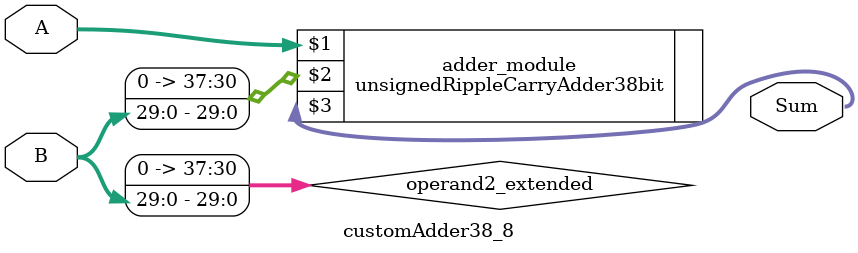
<source format=v>
module customAdder38_8(
                        input [37 : 0] A,
                        input [29 : 0] B,
                        
                        output [38 : 0] Sum
                );

        wire [37 : 0] operand2_extended;
        
        assign operand2_extended =  {8'b0, B};
        
        unsignedRippleCarryAdder38bit adder_module(
            A,
            operand2_extended,
            Sum
        );
        
        endmodule
        
</source>
